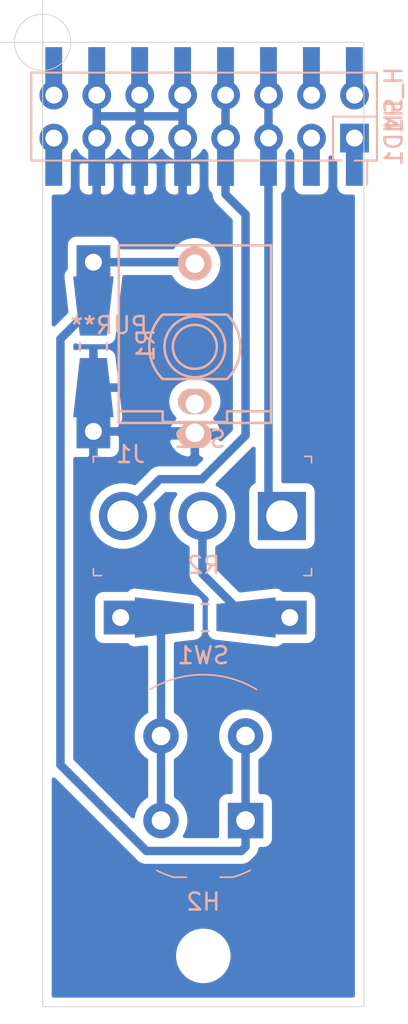
<source format=kicad_pcb>
(kicad_pcb (version 20171130) (host pcbnew "(5.1.5-0-10_14)")

  (general
    (thickness 1.6)
    (drawings 5)
    (tracks 44)
    (zones 0)
    (modules 8)
    (nets 20)
  )

  (page A4)
  (layers
    (0 F.Cu signal)
    (31 B.Cu signal)
    (32 B.Adhes user)
    (33 F.Adhes user)
    (34 B.Paste user)
    (35 F.Paste user)
    (36 B.SilkS user)
    (37 F.SilkS user)
    (38 B.Mask user)
    (39 F.Mask user)
    (40 Dwgs.User user)
    (41 Cmts.User user)
    (42 Eco1.User user)
    (43 Eco2.User user)
    (44 Edge.Cuts user)
    (45 Margin user)
    (46 B.CrtYd user)
    (47 F.CrtYd user)
    (48 B.Fab user)
    (49 F.Fab user)
  )

  (setup
    (last_trace_width 0.5)
    (trace_clearance 0.5)
    (zone_clearance 0.508)
    (zone_45_only no)
    (trace_min 0.2)
    (via_size 0.8)
    (via_drill 0.4)
    (via_min_size 0.4)
    (via_min_drill 0.3)
    (uvia_size 0.3)
    (uvia_drill 0.1)
    (uvias_allowed no)
    (uvia_min_size 0.2)
    (uvia_min_drill 0.1)
    (edge_width 0.05)
    (segment_width 0.2)
    (pcb_text_width 0.3)
    (pcb_text_size 1.5 1.5)
    (mod_edge_width 0.12)
    (mod_text_size 1 1)
    (mod_text_width 0.15)
    (pad_size 1.524 1.524)
    (pad_drill 0.762)
    (pad_to_mask_clearance 0.051)
    (solder_mask_min_width 0.25)
    (aux_axis_origin 134 64)
    (grid_origin 134 64)
    (visible_elements FFFFFF7F)
    (pcbplotparams
      (layerselection 0x01000_fffffffe)
      (usegerberextensions false)
      (usegerberattributes false)
      (usegerberadvancedattributes false)
      (creategerberjobfile false)
      (excludeedgelayer true)
      (linewidth 0.100000)
      (plotframeref false)
      (viasonmask false)
      (mode 1)
      (useauxorigin false)
      (hpglpennumber 1)
      (hpglpenspeed 20)
      (hpglpendiameter 15.000000)
      (psnegative false)
      (psa4output false)
      (plotreference true)
      (plotvalue true)
      (plotinvisibletext false)
      (padsonsilk false)
      (subtractmaskfromsilk false)
      (outputformat 1)
      (mirror false)
      (drillshape 0)
      (scaleselection 1)
      (outputdirectory "plots/"))
  )

  (net 0 "")
  (net 1 "Net-(H1-Pad1)")
  (net 2 "Net-(H1-Pad2)")
  (net 3 "Net-(H1-Pad3)")
  (net 4 "Net-(H1-Pad4)")
  (net 5 +5V)
  (net 6 +12V)
  (net 7 GND)
  (net 8 "Net-(H1-Pad15)")
  (net 9 "Net-(H1-Pad16)")
  (net 10 "Net-(H_SMD1-Pad1)")
  (net 11 "Net-(H_SMD1-Pad2)")
  (net 12 "Net-(H_SMD1-Pad3)")
  (net 13 "Net-(H_SMD1-Pad4)")
  (net 14 "Net-(H_SMD1-Pad15)")
  (net 15 "Net-(H_SMD1-Pad16)")
  (net 16 "Net-(J1-Pad3)")
  (net 17 "Net-(J1-Pad2)")
  (net 18 "Net-(R2-Pad1)")
  (net 19 "Net-(R2-Pad2)")

  (net_class Default "This is the default net class."
    (clearance 0.5)
    (trace_width 0.5)
    (via_dia 0.8)
    (via_drill 0.4)
    (uvia_dia 0.3)
    (uvia_drill 0.1)
    (add_net +12V)
    (add_net +5V)
    (add_net GND)
    (add_net "Net-(H1-Pad1)")
    (add_net "Net-(H1-Pad15)")
    (add_net "Net-(H1-Pad16)")
    (add_net "Net-(H1-Pad2)")
    (add_net "Net-(H1-Pad3)")
    (add_net "Net-(H1-Pad4)")
    (add_net "Net-(H_SMD1-Pad1)")
    (add_net "Net-(H_SMD1-Pad15)")
    (add_net "Net-(H_SMD1-Pad16)")
    (add_net "Net-(H_SMD1-Pad2)")
    (add_net "Net-(H_SMD1-Pad3)")
    (add_net "Net-(H_SMD1-Pad4)")
    (add_net "Net-(J1-Pad2)")
    (add_net "Net-(J1-Pad3)")
    (add_net "Net-(R2-Pad1)")
    (add_net "Net-(R2-Pad2)")
  )

  (module Connector_PinHeader_2.54mm:PinHeader_2x08_P2.54mm_Vertical (layer B.Cu) (tedit 59FED5CC) (tstamp 600DF43C)
    (at 152.4412 69.6618 90)
    (descr "Through hole straight pin header, 2x08, 2.54mm pitch, double rows")
    (tags "Through hole pin header THT 2x08 2.54mm double row")
    (path /600D54BE)
    (fp_text reference H1 (at 1.27 2.33 270) (layer B.SilkS)
      (effects (font (size 1 1) (thickness 0.15)) (justify mirror))
    )
    (fp_text value EURO_PWR_2x8 (at 1.27 -20.11 270) (layer B.Fab)
      (effects (font (size 1 1) (thickness 0.15)) (justify mirror))
    )
    (fp_line (start 0 1.27) (end 3.81 1.27) (layer B.Fab) (width 0.1))
    (fp_line (start 3.81 1.27) (end 3.81 -19.05) (layer B.Fab) (width 0.1))
    (fp_line (start 3.81 -19.05) (end -1.27 -19.05) (layer B.Fab) (width 0.1))
    (fp_line (start -1.27 -19.05) (end -1.27 0) (layer B.Fab) (width 0.1))
    (fp_line (start -1.27 0) (end 0 1.27) (layer B.Fab) (width 0.1))
    (fp_line (start -1.33 -19.11) (end 3.87 -19.11) (layer B.SilkS) (width 0.12))
    (fp_line (start -1.33 -1.27) (end -1.33 -19.11) (layer B.SilkS) (width 0.12))
    (fp_line (start 3.87 1.33) (end 3.87 -19.11) (layer B.SilkS) (width 0.12))
    (fp_line (start -1.33 -1.27) (end 1.27 -1.27) (layer B.SilkS) (width 0.12))
    (fp_line (start 1.27 -1.27) (end 1.27 1.33) (layer B.SilkS) (width 0.12))
    (fp_line (start 1.27 1.33) (end 3.87 1.33) (layer B.SilkS) (width 0.12))
    (fp_line (start -1.33 0) (end -1.33 1.33) (layer B.SilkS) (width 0.12))
    (fp_line (start -1.33 1.33) (end 0 1.33) (layer B.SilkS) (width 0.12))
    (fp_line (start -1.8 1.8) (end -1.8 -19.55) (layer B.CrtYd) (width 0.05))
    (fp_line (start -1.8 -19.55) (end 4.35 -19.55) (layer B.CrtYd) (width 0.05))
    (fp_line (start 4.35 -19.55) (end 4.35 1.8) (layer B.CrtYd) (width 0.05))
    (fp_line (start 4.35 1.8) (end -1.8 1.8) (layer B.CrtYd) (width 0.05))
    (fp_text user %R (at 1.27 -8.89) (layer B.Fab)
      (effects (font (size 1 1) (thickness 0.15)) (justify mirror))
    )
    (pad 1 thru_hole rect (at 0 0 90) (size 1.7 1.7) (drill 1) (layers *.Cu *.Mask)
      (net 1 "Net-(H1-Pad1)"))
    (pad 2 thru_hole oval (at 2.54 0 90) (size 1.7 1.7) (drill 1) (layers *.Cu *.Mask)
      (net 2 "Net-(H1-Pad2)"))
    (pad 3 thru_hole oval (at 0 -2.54 90) (size 1.7 1.7) (drill 1) (layers *.Cu *.Mask)
      (net 3 "Net-(H1-Pad3)"))
    (pad 4 thru_hole oval (at 2.54 -2.54 90) (size 1.7 1.7) (drill 1) (layers *.Cu *.Mask)
      (net 4 "Net-(H1-Pad4)"))
    (pad 5 thru_hole oval (at 0 -5.08 90) (size 1.7 1.7) (drill 1) (layers *.Cu *.Mask)
      (net 5 +5V))
    (pad 6 thru_hole oval (at 2.54 -5.08 90) (size 1.7 1.7) (drill 1) (layers *.Cu *.Mask)
      (net 5 +5V))
    (pad 7 thru_hole oval (at 0 -7.62 90) (size 1.7 1.7) (drill 1) (layers *.Cu *.Mask)
      (net 6 +12V))
    (pad 8 thru_hole oval (at 2.54 -7.62 90) (size 1.7 1.7) (drill 1) (layers *.Cu *.Mask)
      (net 6 +12V))
    (pad 9 thru_hole oval (at 0 -10.16 90) (size 1.7 1.7) (drill 1) (layers *.Cu *.Mask)
      (net 7 GND))
    (pad 10 thru_hole oval (at 2.54 -10.16 90) (size 1.7 1.7) (drill 1) (layers *.Cu *.Mask)
      (net 7 GND))
    (pad 11 thru_hole oval (at 0 -12.7 90) (size 1.7 1.7) (drill 1) (layers *.Cu *.Mask)
      (net 7 GND))
    (pad 12 thru_hole oval (at 2.54 -12.7 90) (size 1.7 1.7) (drill 1) (layers *.Cu *.Mask)
      (net 7 GND))
    (pad 13 thru_hole oval (at 0 -15.24 90) (size 1.7 1.7) (drill 1) (layers *.Cu *.Mask)
      (net 7 GND))
    (pad 14 thru_hole oval (at 2.54 -15.24 90) (size 1.7 1.7) (drill 1) (layers *.Cu *.Mask)
      (net 7 GND))
    (pad 15 thru_hole oval (at 0 -17.78 90) (size 1.7 1.7) (drill 1) (layers *.Cu *.Mask)
      (net 8 "Net-(H1-Pad15)"))
    (pad 16 thru_hole oval (at 2.54 -17.78 90) (size 1.7 1.7) (drill 1) (layers *.Cu *.Mask)
      (net 9 "Net-(H1-Pad16)"))
    (model ${KISYS3DMOD}/Connector_PinHeader_2.54mm.3dshapes/PinHeader_2x08_P2.54mm_Vertical.wrl
      (at (xyz 0 0 0))
      (scale (xyz 1 1 1))
      (rotate (xyz 0 0 0))
    )
  )

  (module Connector_PinHeader_2.54mm:PinHeader_2x08_P2.54mm_Vertical_SMD (layer B.Cu) (tedit 59FED5CC) (tstamp 600DF353)
    (at 143.544999 68.384999 90)
    (descr "surface-mounted straight pin header, 2x08, 2.54mm pitch, double rows")
    (tags "Surface mounted pin header SMD 2x08 2.54mm double row")
    (path /600F40C0)
    (attr smd)
    (fp_text reference H_SMD1 (at 0 11.22 270) (layer B.SilkS)
      (effects (font (size 1 1) (thickness 0.15)) (justify mirror))
    )
    (fp_text value EURO_PWR_2x8 (at 0 -11.22 270) (layer B.Fab)
      (effects (font (size 1 1) (thickness 0.15)) (justify mirror))
    )
    (fp_line (start 2.54 -10.16) (end -2.54 -10.16) (layer B.Fab) (width 0.1))
    (fp_line (start -1.59 10.16) (end 2.54 10.16) (layer B.Fab) (width 0.1))
    (fp_line (start -2.54 -10.16) (end -2.54 9.21) (layer B.Fab) (width 0.1))
    (fp_line (start -2.54 9.21) (end -1.59 10.16) (layer B.Fab) (width 0.1))
    (fp_line (start 2.54 10.16) (end 2.54 -10.16) (layer B.Fab) (width 0.1))
    (fp_line (start -2.54 9.21) (end -3.6 9.21) (layer B.Fab) (width 0.1))
    (fp_line (start -3.6 9.21) (end -3.6 8.57) (layer B.Fab) (width 0.1))
    (fp_line (start -3.6 8.57) (end -2.54 8.57) (layer B.Fab) (width 0.1))
    (fp_line (start 2.54 9.21) (end 3.6 9.21) (layer B.Fab) (width 0.1))
    (fp_line (start 3.6 9.21) (end 3.6 8.57) (layer B.Fab) (width 0.1))
    (fp_line (start 3.6 8.57) (end 2.54 8.57) (layer B.Fab) (width 0.1))
    (fp_line (start -2.54 6.67) (end -3.6 6.67) (layer B.Fab) (width 0.1))
    (fp_line (start -3.6 6.67) (end -3.6 6.03) (layer B.Fab) (width 0.1))
    (fp_line (start -3.6 6.03) (end -2.54 6.03) (layer B.Fab) (width 0.1))
    (fp_line (start 2.54 6.67) (end 3.6 6.67) (layer B.Fab) (width 0.1))
    (fp_line (start 3.6 6.67) (end 3.6 6.03) (layer B.Fab) (width 0.1))
    (fp_line (start 3.6 6.03) (end 2.54 6.03) (layer B.Fab) (width 0.1))
    (fp_line (start -2.54 4.13) (end -3.6 4.13) (layer B.Fab) (width 0.1))
    (fp_line (start -3.6 4.13) (end -3.6 3.49) (layer B.Fab) (width 0.1))
    (fp_line (start -3.6 3.49) (end -2.54 3.49) (layer B.Fab) (width 0.1))
    (fp_line (start 2.54 4.13) (end 3.6 4.13) (layer B.Fab) (width 0.1))
    (fp_line (start 3.6 4.13) (end 3.6 3.49) (layer B.Fab) (width 0.1))
    (fp_line (start 3.6 3.49) (end 2.54 3.49) (layer B.Fab) (width 0.1))
    (fp_line (start -2.54 1.59) (end -3.6 1.59) (layer B.Fab) (width 0.1))
    (fp_line (start -3.6 1.59) (end -3.6 0.95) (layer B.Fab) (width 0.1))
    (fp_line (start -3.6 0.95) (end -2.54 0.95) (layer B.Fab) (width 0.1))
    (fp_line (start 2.54 1.59) (end 3.6 1.59) (layer B.Fab) (width 0.1))
    (fp_line (start 3.6 1.59) (end 3.6 0.95) (layer B.Fab) (width 0.1))
    (fp_line (start 3.6 0.95) (end 2.54 0.95) (layer B.Fab) (width 0.1))
    (fp_line (start -2.54 -0.95) (end -3.6 -0.95) (layer B.Fab) (width 0.1))
    (fp_line (start -3.6 -0.95) (end -3.6 -1.59) (layer B.Fab) (width 0.1))
    (fp_line (start -3.6 -1.59) (end -2.54 -1.59) (layer B.Fab) (width 0.1))
    (fp_line (start 2.54 -0.95) (end 3.6 -0.95) (layer B.Fab) (width 0.1))
    (fp_line (start 3.6 -0.95) (end 3.6 -1.59) (layer B.Fab) (width 0.1))
    (fp_line (start 3.6 -1.59) (end 2.54 -1.59) (layer B.Fab) (width 0.1))
    (fp_line (start -2.54 -3.49) (end -3.6 -3.49) (layer B.Fab) (width 0.1))
    (fp_line (start -3.6 -3.49) (end -3.6 -4.13) (layer B.Fab) (width 0.1))
    (fp_line (start -3.6 -4.13) (end -2.54 -4.13) (layer B.Fab) (width 0.1))
    (fp_line (start 2.54 -3.49) (end 3.6 -3.49) (layer B.Fab) (width 0.1))
    (fp_line (start 3.6 -3.49) (end 3.6 -4.13) (layer B.Fab) (width 0.1))
    (fp_line (start 3.6 -4.13) (end 2.54 -4.13) (layer B.Fab) (width 0.1))
    (fp_line (start -2.54 -6.03) (end -3.6 -6.03) (layer B.Fab) (width 0.1))
    (fp_line (start -3.6 -6.03) (end -3.6 -6.67) (layer B.Fab) (width 0.1))
    (fp_line (start -3.6 -6.67) (end -2.54 -6.67) (layer B.Fab) (width 0.1))
    (fp_line (start 2.54 -6.03) (end 3.6 -6.03) (layer B.Fab) (width 0.1))
    (fp_line (start 3.6 -6.03) (end 3.6 -6.67) (layer B.Fab) (width 0.1))
    (fp_line (start 3.6 -6.67) (end 2.54 -6.67) (layer B.Fab) (width 0.1))
    (fp_line (start -2.54 -8.57) (end -3.6 -8.57) (layer B.Fab) (width 0.1))
    (fp_line (start -3.6 -8.57) (end -3.6 -9.21) (layer B.Fab) (width 0.1))
    (fp_line (start -3.6 -9.21) (end -2.54 -9.21) (layer B.Fab) (width 0.1))
    (fp_line (start 2.54 -8.57) (end 3.6 -8.57) (layer B.Fab) (width 0.1))
    (fp_line (start 3.6 -8.57) (end 3.6 -9.21) (layer B.Fab) (width 0.1))
    (fp_line (start 3.6 -9.21) (end 2.54 -9.21) (layer B.Fab) (width 0.1))
    (fp_line (start -2.6 10.22) (end 2.6 10.22) (layer B.SilkS) (width 0.12))
    (fp_line (start -2.6 -10.22) (end 2.6 -10.22) (layer B.SilkS) (width 0.12))
    (fp_line (start -4.04 9.65) (end -2.6 9.65) (layer B.SilkS) (width 0.12))
    (fp_line (start -2.6 10.22) (end -2.6 9.65) (layer B.SilkS) (width 0.12))
    (fp_line (start 2.6 10.22) (end 2.6 9.65) (layer B.SilkS) (width 0.12))
    (fp_line (start -2.6 -9.65) (end -2.6 -10.22) (layer B.SilkS) (width 0.12))
    (fp_line (start 2.6 -9.65) (end 2.6 -10.22) (layer B.SilkS) (width 0.12))
    (fp_line (start -2.6 8.13) (end -2.6 7.11) (layer B.SilkS) (width 0.12))
    (fp_line (start 2.6 8.13) (end 2.6 7.11) (layer B.SilkS) (width 0.12))
    (fp_line (start -2.6 5.59) (end -2.6 4.57) (layer B.SilkS) (width 0.12))
    (fp_line (start 2.6 5.59) (end 2.6 4.57) (layer B.SilkS) (width 0.12))
    (fp_line (start -2.6 3.05) (end -2.6 2.03) (layer B.SilkS) (width 0.12))
    (fp_line (start 2.6 3.05) (end 2.6 2.03) (layer B.SilkS) (width 0.12))
    (fp_line (start -2.6 0.51) (end -2.6 -0.51) (layer B.SilkS) (width 0.12))
    (fp_line (start 2.6 0.51) (end 2.6 -0.51) (layer B.SilkS) (width 0.12))
    (fp_line (start -2.6 -2.03) (end -2.6 -3.05) (layer B.SilkS) (width 0.12))
    (fp_line (start 2.6 -2.03) (end 2.6 -3.05) (layer B.SilkS) (width 0.12))
    (fp_line (start -2.6 -4.57) (end -2.6 -5.59) (layer B.SilkS) (width 0.12))
    (fp_line (start 2.6 -4.57) (end 2.6 -5.59) (layer B.SilkS) (width 0.12))
    (fp_line (start -2.6 -7.11) (end -2.6 -8.13) (layer B.SilkS) (width 0.12))
    (fp_line (start 2.6 -7.11) (end 2.6 -8.13) (layer B.SilkS) (width 0.12))
    (fp_line (start -5.9 10.7) (end -5.9 -10.7) (layer B.CrtYd) (width 0.05))
    (fp_line (start -5.9 -10.7) (end 5.9 -10.7) (layer B.CrtYd) (width 0.05))
    (fp_line (start 5.9 -10.7) (end 5.9 10.7) (layer B.CrtYd) (width 0.05))
    (fp_line (start 5.9 10.7) (end -5.9 10.7) (layer B.CrtYd) (width 0.05))
    (fp_text user %R (at 0 0) (layer B.Fab)
      (effects (font (size 1 1) (thickness 0.15)) (justify mirror))
    )
    (pad 1 smd rect (at -2.525 8.89 90) (size 3.15 1) (layers B.Cu B.Paste B.Mask)
      (net 10 "Net-(H_SMD1-Pad1)"))
    (pad 2 smd rect (at 2.525 8.89 90) (size 3.15 1) (layers B.Cu B.Paste B.Mask)
      (net 11 "Net-(H_SMD1-Pad2)"))
    (pad 3 smd rect (at -2.525 6.35 90) (size 3.15 1) (layers B.Cu B.Paste B.Mask)
      (net 12 "Net-(H_SMD1-Pad3)"))
    (pad 4 smd rect (at 2.525 6.35 90) (size 3.15 1) (layers B.Cu B.Paste B.Mask)
      (net 13 "Net-(H_SMD1-Pad4)"))
    (pad 5 smd rect (at -2.525 3.81 90) (size 3.15 1) (layers B.Cu B.Paste B.Mask)
      (net 5 +5V))
    (pad 6 smd rect (at 2.525 3.81 90) (size 3.15 1) (layers B.Cu B.Paste B.Mask)
      (net 5 +5V))
    (pad 7 smd rect (at -2.525 1.27 90) (size 3.15 1) (layers B.Cu B.Paste B.Mask)
      (net 6 +12V))
    (pad 8 smd rect (at 2.525 1.27 90) (size 3.15 1) (layers B.Cu B.Paste B.Mask)
      (net 6 +12V))
    (pad 9 smd rect (at -2.525 -1.27 90) (size 3.15 1) (layers B.Cu B.Paste B.Mask)
      (net 7 GND))
    (pad 10 smd rect (at 2.525 -1.27 90) (size 3.15 1) (layers B.Cu B.Paste B.Mask)
      (net 7 GND))
    (pad 11 smd rect (at -2.525 -3.81 90) (size 3.15 1) (layers B.Cu B.Paste B.Mask)
      (net 7 GND))
    (pad 12 smd rect (at 2.525 -3.81 90) (size 3.15 1) (layers B.Cu B.Paste B.Mask)
      (net 7 GND))
    (pad 13 smd rect (at -2.525 -6.35 90) (size 3.15 1) (layers B.Cu B.Paste B.Mask)
      (net 7 GND))
    (pad 14 smd rect (at 2.525 -6.35 90) (size 3.15 1) (layers B.Cu B.Paste B.Mask)
      (net 7 GND))
    (pad 15 smd rect (at -2.525 -8.89 90) (size 3.15 1) (layers B.Cu B.Paste B.Mask)
      (net 14 "Net-(H_SMD1-Pad15)"))
    (pad 16 smd rect (at 2.525 -8.89 90) (size 3.15 1) (layers B.Cu B.Paste B.Mask)
      (net 15 "Net-(H_SMD1-Pad16)"))
    (model ${KISYS3DMOD}/Connector_PinHeader_2.54mm.3dshapes/PinHeader_2x08_P2.54mm_Vertical_SMD.wrl
      (at (xyz 0 0 0))
      (scale (xyz 1 1 1))
      (rotate (xyz 0 0 0))
    )
  )

  (module Resistors_Universal:Resistor_SMD+THTuniversal_0805to1206_RM10_HandSoldering (layer B.Cu) (tedit 0) (tstamp 600DEB0D)
    (at 137 81.99874 90)
    (descr "Resistor, SMD and THT, universal, 0805 to 1206,RM10,  Hand soldering,")
    (tags "Resistor, SMD and THT, universal, 0805 to 1206, RM10, Hand soldering,")
    (path /600E2135)
    (fp_text reference R1 (at 0.09906 3.0988 270) (layer B.SilkS)
      (effects (font (size 1 1) (thickness 0.15)) (justify mirror))
    )
    (fp_text value 10k (at -0.39878 -4.20116 270) (layer B.Fab)
      (effects (font (size 1 1) (thickness 0.15)) (justify mirror))
    )
    (fp_line (start -0.20066 0.8001) (end 0.20066 0.8001) (layer B.SilkS) (width 0.15))
    (fp_line (start -0.09906 0.8001) (end -0.20066 0.8001) (layer B.SilkS) (width 0.15))
    (fp_line (start 0 -0.8001) (end -0.20066 -0.8001) (layer B.SilkS) (width 0.15))
    (fp_line (start 0 -0.8001) (end 0.20066 -0.8001) (layer B.SilkS) (width 0.15))
    (pad 2 thru_hole rect (at 5.00126 0 270) (size 1.99898 1.99898) (drill 1.00076) (layers *.Cu *.Mask)
      (net 16 "Net-(J1-Pad3)"))
    (pad 1 thru_hole rect (at -5.00126 0 270) (size 1.99898 1.99898) (drill 1.00076) (layers *.Cu *.Mask)
      (net 7 GND))
    (pad 2 smd trapezoid (at 2.413 0 270) (size 3.50012 1.99898) (rect_delta 0.39878 0 ) (layers B.Cu B.Paste B.Mask)
      (net 16 "Net-(J1-Pad3)"))
    (pad 1 smd trapezoid (at -2.413 0 90) (size 3.50012 1.99898) (rect_delta 0.39878 0 ) (layers B.Cu B.Paste B.Mask)
      (net 7 GND))
  )

  (module Resistors_Universal:Resistor_SMD+THTuniversal_0805to1206_RM10_HandSoldering (layer B.Cu) (tedit 0) (tstamp 600DEB19)
    (at 143.613 98 180)
    (descr "Resistor, SMD and THT, universal, 0805 to 1206,RM10,  Hand soldering,")
    (tags "Resistor, SMD and THT, universal, 0805 to 1206, RM10, Hand soldering,")
    (path /600E2D9A)
    (fp_text reference R2 (at 0.09906 3.0988) (layer B.SilkS)
      (effects (font (size 1 1) (thickness 0.15)) (justify mirror))
    )
    (fp_text value 1k (at -0.39878 -4.20116) (layer B.Fab)
      (effects (font (size 1 1) (thickness 0.15)) (justify mirror))
    )
    (fp_line (start 0 -0.8001) (end 0.20066 -0.8001) (layer B.SilkS) (width 0.15))
    (fp_line (start 0 -0.8001) (end -0.20066 -0.8001) (layer B.SilkS) (width 0.15))
    (fp_line (start -0.09906 0.8001) (end -0.20066 0.8001) (layer B.SilkS) (width 0.15))
    (fp_line (start -0.20066 0.8001) (end 0.20066 0.8001) (layer B.SilkS) (width 0.15))
    (pad 1 smd trapezoid (at -2.413 0 180) (size 3.50012 1.99898) (rect_delta 0.39878 0 ) (layers B.Cu B.Paste B.Mask)
      (net 18 "Net-(R2-Pad1)"))
    (pad 2 smd trapezoid (at 2.413 0) (size 3.50012 1.99898) (rect_delta 0.39878 0 ) (layers B.Cu B.Paste B.Mask)
      (net 19 "Net-(R2-Pad2)"))
    (pad 1 thru_hole rect (at -5.00126 0) (size 1.99898 1.99898) (drill 1.00076) (layers *.Cu *.Mask)
      (net 18 "Net-(R2-Pad1)"))
    (pad 2 thru_hole rect (at 5.00126 0) (size 1.99898 1.99898) (drill 1.00076) (layers *.Cu *.Mask)
      (net 19 "Net-(R2-Pad2)"))
  )

  (module digikey-footprints:PushButton_Round_D12mm_THT_KS-01Q-01 (layer B.Cu) (tedit 5AFB65A3) (tstamp 600DF4A7)
    (at 146 110 180)
    (descr http://spec_sheets.e-switch.com/specs/29-KS01Q01.pdf)
    (path /60112E82)
    (fp_text reference SW1 (at 2.5 9.76) (layer B.SilkS)
      (effects (font (size 1 1) (thickness 0.15)) (justify mirror))
    )
    (fp_text value KS-01Q-01_Obsolete (at 2.5 -5.01) (layer B.Fab)
      (effects (font (size 1 1) (thickness 0.15)) (justify mirror))
    )
    (fp_line (start 0.75 -3.35) (end 1.5 -3.35) (layer B.SilkS) (width 0.1))
    (fp_line (start 4.25 -3.35) (end 3.5 -3.35) (layer B.SilkS) (width 0.1))
    (fp_arc (start 2.5 2.5) (end 5.25 -2.95) (angle -10.12062159) (layer B.SilkS) (width 0.1))
    (fp_arc (start 2.5 2.5) (end 0.75 -3.35) (angle -10.3335842) (layer B.SilkS) (width 0.1))
    (fp_arc (start 2.5 2.5) (end -0.65 7.75) (angle -61.92750985) (layer B.SilkS) (width 0.1))
    (fp_line (start 0.8 -3.25) (end 4.2 -3.25) (layer B.Fab) (width 0.1))
    (fp_arc (start 2.5 2.5) (end 0.8 -3.25) (angle -327.0591431) (layer B.Fab) (width 0.1))
    (fp_circle (center 2.5 2.5) (end 8.75 2.5) (layer B.CrtYd) (width 0.1))
    (pad 1 thru_hole rect (at 0 0 180) (size 2.1 2.1) (drill 1.1) (layers *.Cu *.Mask)
      (net 16 "Net-(J1-Pad3)"))
    (pad 4 thru_hole circle (at 5 5 180) (size 2.1 2.1) (drill 1.1) (layers *.Cu *.Mask)
      (net 19 "Net-(R2-Pad2)"))
    (pad 3 thru_hole circle (at 0 5 180) (size 2.1 2.1) (drill 1.1) (layers *.Cu *.Mask)
      (net 16 "Net-(J1-Pad3)"))
    (pad 2 thru_hole circle (at 5 0 180) (size 2.1 2.1) (drill 1.1) (layers *.Cu *.Mask)
      (net 19 "Net-(R2-Pad2)"))
  )

  (module digikey-footprints:Toggle_Switch_100SP1T1B4M2QE (layer B.Cu) (tedit 5AF5CA0B) (tstamp 600E0251)
    (at 148.15 92 180)
    (descr http://spec_sheets.e-switch.com/specs/T111597.pdf)
    (path /600E321E)
    (fp_text reference SW2 (at 4.84 4.55) (layer B.SilkS)
      (effects (font (size 1 1) (thickness 0.15)) (justify mirror))
    )
    (fp_text value SW_SPDT (at 4.65 -4.82) (layer B.Fab)
      (effects (font (size 1 1) (thickness 0.15)) (justify mirror))
    )
    (fp_circle (center 4.7 0) (end 4.7 -3.4) (layer B.Fab) (width 0.1))
    (fp_line (start 11.3 3.68) (end 11.3 -3.68) (layer B.CrtYd) (width 0.05))
    (fp_line (start 11.3 -3.68) (end -1.9 -3.68) (layer B.CrtYd) (width 0.05))
    (fp_line (start -1.9 -3.68) (end -1.9 3.68) (layer B.CrtYd) (width 0.05))
    (fp_line (start -1.9 3.68) (end 11.3 3.68) (layer B.CrtYd) (width 0.05))
    (fp_text user %R (at 4.7 0) (layer B.Fab)
      (effects (font (size 1 1) (thickness 0.15)) (justify mirror))
    )
    (fp_line (start 11.15 -3.525) (end 11.15 -3.1) (layer B.SilkS) (width 0.1))
    (fp_line (start 11.125 -3.525) (end 10.675 -3.525) (layer B.SilkS) (width 0.1))
    (fp_line (start -1.75 -3.525) (end -1.3 -3.525) (layer B.SilkS) (width 0.1))
    (fp_line (start -1.75 -3.525) (end -1.75 -3.1) (layer B.SilkS) (width 0.1))
    (fp_line (start -1.75 3.525) (end -1.75 3.15) (layer B.SilkS) (width 0.1))
    (fp_line (start -1.75 3.525) (end -1.35 3.525) (layer B.SilkS) (width 0.1))
    (fp_line (start 10.775 3.525) (end 11.15 3.525) (layer B.SilkS) (width 0.1))
    (fp_line (start 11.15 3.525) (end 11.15 3.175) (layer B.SilkS) (width 0.1))
    (fp_line (start 11.05 -3.43) (end 11.05 3.43) (layer B.Fab) (width 0.1))
    (fp_line (start -1.65 3.43) (end -1.65 -3.43) (layer B.Fab) (width 0.1))
    (fp_line (start -1.65 -3.43) (end 11.05 -3.43) (layer B.Fab) (width 0.1))
    (fp_line (start -1.65 3.43) (end 11.05 3.43) (layer B.Fab) (width 0.1))
    (pad 1 thru_hole rect (at 0 0 180) (size 2.85 2.85) (drill 1.85) (layers *.Cu *.Mask)
      (net 5 +5V))
    (pad 2 thru_hole circle (at 4.7 0 180) (size 2.85 2.85) (drill 1.85) (layers *.Cu *.Mask)
      (net 18 "Net-(R2-Pad1)"))
    (pad 3 thru_hole circle (at 9.4 0 180) (size 2.85 2.85) (drill 1.85) (layers *.Cu *.Mask)
      (net 6 +12V))
  )

  (module MountingHole:MountingHole_2.2mm_M2 (layer B.Cu) (tedit 56D1B4CB) (tstamp 600E0574)
    (at 143.5 118 180)
    (descr "Mounting Hole 2.2mm, no annular, M2")
    (tags "mounting hole 2.2mm no annular m2")
    (path /60126F53)
    (attr virtual)
    (fp_text reference H2 (at 0 3.2) (layer B.SilkS)
      (effects (font (size 1 1) (thickness 0.15)) (justify mirror))
    )
    (fp_text value MountingHole (at 0 -3.2) (layer B.Fab)
      (effects (font (size 1 1) (thickness 0.15)) (justify mirror))
    )
    (fp_text user %R (at 0.3 0) (layer B.Fab)
      (effects (font (size 1 1) (thickness 0.15)) (justify mirror))
    )
    (fp_circle (center 0 0) (end 2.2 0) (layer Cmts.User) (width 0.15))
    (fp_circle (center 0 0) (end 2.45 0) (layer B.CrtYd) (width 0.05))
    (pad 1 np_thru_hole circle (at 0 0 180) (size 2.2 2.2) (drill 2.2) (layers *.Cu *.Mask))
  )

  (module chillpizza:THONKICONN_mill (layer B.Cu) (tedit 600E21AD) (tstamp 600E25E4)
    (at 143 82 180)
    (path /600DFD0F)
    (fp_text reference J1 (at 3.81 -6.35) (layer B.SilkS)
      (effects (font (size 1 1) (thickness 0.15)) (justify mirror))
    )
    (fp_text value Thonk (at 0 7.62) (layer B.Fab) hide
      (effects (font (size 1 1) (thickness 0.15)) (justify mirror))
    )
    (fp_text user PUR** (at 5.08 1.27) (layer B.SilkS)
      (effects (font (size 1 1) (thickness 0.15)) (justify mirror))
    )
    (fp_line (start -4.445 -3.81) (end -1.905 -3.81) (layer B.SilkS) (width 0.15))
    (fp_line (start -1.905 -3.81) (end -1.905 -4.445) (layer B.SilkS) (width 0.15))
    (fp_line (start -1.905 -4.445) (end 1.905 -4.445) (layer B.SilkS) (width 0.15))
    (fp_line (start 1.905 -4.445) (end 1.905 -3.81) (layer B.SilkS) (width 0.15))
    (fp_line (start 1.905 -3.81) (end 4.445 -3.81) (layer B.SilkS) (width 0.15))
    (fp_arc (start 0 0) (end 1.905 1.905) (angle -90) (layer B.SilkS) (width 0.15))
    (fp_arc (start 0 0) (end -1.905 -1.905) (angle -90) (layer B.SilkS) (width 0.15))
    (fp_line (start 1.905 -1.905) (end -1.905 -1.905) (layer B.SilkS) (width 0.15))
    (fp_line (start -1.905 1.905) (end 1.905 1.905) (layer B.SilkS) (width 0.15))
    (fp_circle (center 0 0) (end 1.27 -1.27) (layer B.SilkS) (width 0.15))
    (fp_line (start 4.5 6) (end 4.5 -4.5) (layer B.SilkS) (width 0.15))
    (fp_line (start -4.5 6) (end -4.5 -4.5) (layer B.SilkS) (width 0.15))
    (fp_line (start -4.5 -4.5) (end 4.5 -4.5) (layer B.SilkS) (width 0.15))
    (fp_line (start -4.5 6) (end 4.5 6) (layer B.SilkS) (width 0.15))
    (fp_circle (center 0 0) (end 1.3 0) (layer B.SilkS) (width 0.15))
    (pad 3 thru_hole circle (at 0 4.92 180) (size 2 2) (drill 1.1) (layers *.Cu *.Mask B.SilkS)
      (net 16 "Net-(J1-Pad3)"))
    (pad 2 thru_hole oval (at 0 -3.38 180) (size 2 1.5) (drill 1.1 (offset 0 0.15)) (layers *.Cu *.Mask B.SilkS)
      (net 17 "Net-(J1-Pad2)"))
    (pad 1 thru_hole oval (at 0 -5.08 180) (size 2 1.5) (drill 1.1 (offset 0 -0.15)) (layers *.Cu *.Mask B.SilkS)
      (net 7 GND))
  )

  (target plus (at 134 64) (size 5) (width 0.05) (layer Edge.Cuts))
  (gr_line (start 153 121) (end 153 64) (layer Edge.Cuts) (width 0.05))
  (gr_line (start 134 121) (end 153 121) (layer Edge.Cuts) (width 0.05))
  (gr_line (start 134 64) (end 134 121) (layer Edge.Cuts) (width 0.05) (tstamp 600DF058))
  (gr_line (start 153 64) (end 134 64) (layer Edge.Cuts) (width 0.05))

  (segment (start 147.354999 91.204999) (end 148.15 92) (width 0.5) (layer B.Cu) (net 5))
  (segment (start 147.354999 70.909999) (end 147.354999 91.204999) (width 0.5) (layer B.Cu) (net 5))
  (segment (start 147.354999 70.909999) (end 147.354999 65.859999) (width 0.5) (layer B.Cu) (net 5))
  (segment (start 140.925001 89.824999) (end 140.174999 90.575001) (width 0.5) (layer B.Cu) (net 6))
  (segment (start 143.419228 89.824999) (end 140.925001 89.824999) (width 0.5) (layer B.Cu) (net 6))
  (segment (start 146.000011 87.244216) (end 143.419228 89.824999) (width 0.5) (layer B.Cu) (net 6))
  (segment (start 146.000011 74.170011) (end 146.000011 87.244216) (width 0.5) (layer B.Cu) (net 6))
  (segment (start 144.814999 72.984999) (end 146.000011 74.170011) (width 0.5) (layer B.Cu) (net 6))
  (segment (start 140.174999 90.575001) (end 138.75 92) (width 0.5) (layer B.Cu) (net 6))
  (segment (start 144.814999 70.909999) (end 144.814999 72.984999) (width 0.5) (layer B.Cu) (net 6))
  (segment (start 144.814999 65.859999) (end 144.814999 70.909999) (width 0.5) (layer B.Cu) (net 6))
  (segment (start 139.734999 70.909999) (end 139.734999 65.859999) (width 0.5) (layer B.Cu) (net 7))
  (segment (start 137.225001 68.374999) (end 137.2 68.4) (width 0.5) (layer B.Cu) (net 7))
  (segment (start 142.274999 68.374999) (end 137.225001 68.374999) (width 0.5) (layer B.Cu) (net 7))
  (segment (start 137.2 68.4) (end 137.194999 70.909999) (width 0.5) (layer B.Cu) (net 7))
  (segment (start 142.274999 68.374999) (end 142.274999 70.909999) (width 0.5) (layer B.Cu) (net 7))
  (segment (start 137.194999 65.859999) (end 137.2 68.4) (width 0.5) (layer B.Cu) (net 7))
  (segment (start 142.274999 65.859999) (end 142.274999 68.374999) (width 0.5) (layer B.Cu) (net 7))
  (segment (start 144.75 87.08) (end 143 87.08) (width 0.5) (layer B.Cu) (net 7))
  (segment (start 145.000001 75.979999) (end 145.000001 86.829999) (width 0.5) (layer B.Cu) (net 7))
  (segment (start 145.000001 86.829999) (end 144.75 87.08) (width 0.5) (layer B.Cu) (net 7))
  (segment (start 142.274999 73.254997) (end 145.000001 75.979999) (width 0.5) (layer B.Cu) (net 7))
  (segment (start 142.274999 70.909999) (end 142.274999 73.254997) (width 0.5) (layer B.Cu) (net 7))
  (segment (start 142.92 87) (end 143 87.08) (width 0.5) (layer B.Cu) (net 7))
  (segment (start 137 87) (end 142.92 87) (width 0.5) (layer B.Cu) (net 7))
  (segment (start 137 84.41174) (end 137 87) (width 0.5) (layer B.Cu) (net 7))
  (segment (start 142.91748 76.99748) (end 143 77.08) (width 0.5) (layer B.Cu) (net 16))
  (segment (start 137 76.99748) (end 142.91748 76.99748) (width 0.5) (layer B.Cu) (net 16))
  (segment (start 146 111.55) (end 146 110) (width 0.5) (layer B.Cu) (net 16))
  (segment (start 145.749999 111.800001) (end 146 111.55) (width 0.5) (layer B.Cu) (net 16))
  (segment (start 140.135999 111.800001) (end 145.749999 111.800001) (width 0.5) (layer B.Cu) (net 16))
  (segment (start 135.05111 106.715112) (end 140.135999 111.800001) (width 0.5) (layer B.Cu) (net 16))
  (segment (start 135.05111 81.53463) (end 135.05111 106.715112) (width 0.5) (layer B.Cu) (net 16))
  (segment (start 137 79.58574) (end 135.05111 81.53463) (width 0.5) (layer B.Cu) (net 16))
  (segment (start 146 105) (end 146 110) (width 0.5) (layer B.Cu) (net 16))
  (segment (start 137 76.99748) (end 137 79.58574) (width 0.5) (layer B.Cu) (net 16))
  (segment (start 143.45 95.424) (end 146.026 98) (width 0.5) (layer B.Cu) (net 18))
  (segment (start 143.45 92) (end 143.45 95.424) (width 0.5) (layer B.Cu) (net 18))
  (segment (start 146.026 98) (end 148.61426 98) (width 0.5) (layer B.Cu) (net 18))
  (segment (start 141 108.515076) (end 141 105) (width 0.5) (layer B.Cu) (net 19))
  (segment (start 141 110) (end 141 108.515076) (width 0.5) (layer B.Cu) (net 19))
  (segment (start 141 98.2) (end 141.2 98) (width 0.5) (layer B.Cu) (net 19))
  (segment (start 141 105) (end 141 98.2) (width 0.5) (layer B.Cu) (net 19))
  (segment (start 141.2 98) (end 138.61174 98) (width 0.5) (layer B.Cu) (net 19))

  (zone (net 7) (net_name GND) (layer B.Cu) (tstamp 600E1D0A) (hatch edge 0.508)
    (connect_pads (clearance 0.508))
    (min_thickness 0.254)
    (fill yes (arc_segments 32) (thermal_gap 0.508) (thermal_bridge_width 0.508))
    (polygon
      (pts
        (xy 153 121) (xy 134 121) (xy 134 64) (xy 153 64)
      )
    )
    (filled_polygon
      (pts
        (xy 137.321999 65.732999) (xy 137.458277 65.732999) (xy 137.3282 65.801645) (xy 137.3282 65.986999) (xy 137.321999 65.986999)
        (xy 137.321999 67.911249) (xy 137.3282 67.91745) (xy 137.3282 68.852548) (xy 137.321999 68.858749) (xy 137.321999 70.782999)
        (xy 137.3282 70.782999) (xy 137.3282 70.981955) (xy 137.432502 71.036999) (xy 137.321999 71.036999) (xy 137.321999 72.961249)
        (xy 137.480749 73.119999) (xy 137.694999 73.123071) (xy 137.819481 73.110811) (xy 137.939179 73.074501) (xy 138.049493 73.015536)
        (xy 138.146184 72.936184) (xy 138.225536 72.839493) (xy 138.284501 72.729179) (xy 138.320811 72.609481) (xy 138.333071 72.484999)
        (xy 138.329999 71.195749) (xy 138.171249 71.036999) (xy 137.750702 71.036999) (xy 137.96812 70.933441) (xy 138.169814 70.782999)
        (xy 138.171249 70.782999) (xy 138.17546 70.778788) (xy 138.201469 70.759388) (xy 138.261878 70.69237) (xy 138.329999 70.624249)
        (xy 138.330017 70.616776) (xy 138.396378 70.543155) (xy 138.4712 70.417545) (xy 138.546022 70.543155) (xy 138.599948 70.602981)
        (xy 138.599999 70.624249) (xy 138.758749 70.782999) (xy 138.772586 70.782999) (xy 138.97428 70.933441) (xy 139.191698 71.036999)
        (xy 138.758749 71.036999) (xy 138.599999 71.195749) (xy 138.596927 72.484999) (xy 138.609187 72.609481) (xy 138.645497 72.729179)
        (xy 138.704462 72.839493) (xy 138.783814 72.936184) (xy 138.880505 73.015536) (xy 138.990819 73.074501) (xy 139.110517 73.110811)
        (xy 139.234999 73.123071) (xy 139.449249 73.119999) (xy 139.607999 72.961249) (xy 139.607999 71.036999) (xy 139.509898 71.036999)
        (xy 139.6142 70.981955) (xy 139.6142 69.7888) (xy 139.607999 69.7888) (xy 139.607999 69.5348) (xy 139.6142 69.5348)
        (xy 139.6142 67.2488) (xy 139.607999 67.2488) (xy 139.607999 66.9948) (xy 139.6142 66.9948) (xy 139.6142 65.801645)
        (xy 139.484123 65.732999) (xy 139.607999 65.732999) (xy 139.607999 65.712999) (xy 139.861999 65.712999) (xy 139.861999 65.732999)
        (xy 139.998277 65.732999) (xy 139.8682 65.801645) (xy 139.8682 65.986999) (xy 139.861999 65.986999) (xy 139.861999 67.911249)
        (xy 139.8682 67.91745) (xy 139.8682 68.852548) (xy 139.861999 68.858749) (xy 139.861999 70.782999) (xy 139.8682 70.782999)
        (xy 139.8682 70.981955) (xy 139.972502 71.036999) (xy 139.861999 71.036999) (xy 139.861999 72.961249) (xy 140.020749 73.119999)
        (xy 140.234999 73.123071) (xy 140.359481 73.110811) (xy 140.479179 73.074501) (xy 140.589493 73.015536) (xy 140.686184 72.936184)
        (xy 140.765536 72.839493) (xy 140.824501 72.729179) (xy 140.860811 72.609481) (xy 140.873071 72.484999) (xy 140.869999 71.195749)
        (xy 140.711249 71.036999) (xy 140.290702 71.036999) (xy 140.50812 70.933441) (xy 140.709814 70.782999) (xy 140.711249 70.782999)
        (xy 140.71546 70.778788) (xy 140.741469 70.759388) (xy 140.801878 70.69237) (xy 140.869999 70.624249) (xy 140.870017 70.616776)
        (xy 140.936378 70.543155) (xy 141.0112 70.417545) (xy 141.086022 70.543155) (xy 141.139948 70.602981) (xy 141.139999 70.624249)
        (xy 141.298749 70.782999) (xy 141.312586 70.782999) (xy 141.51428 70.933441) (xy 141.731698 71.036999) (xy 141.298749 71.036999)
        (xy 141.139999 71.195749) (xy 141.136927 72.484999) (xy 141.149187 72.609481) (xy 141.185497 72.729179) (xy 141.244462 72.839493)
        (xy 141.323814 72.936184) (xy 141.420505 73.015536) (xy 141.530819 73.074501) (xy 141.650517 73.110811) (xy 141.774999 73.123071)
        (xy 141.989249 73.119999) (xy 142.147999 72.961249) (xy 142.147999 71.036999) (xy 142.049898 71.036999) (xy 142.1542 70.981955)
        (xy 142.1542 69.7888) (xy 142.147999 69.7888) (xy 142.147999 69.5348) (xy 142.1542 69.5348) (xy 142.1542 67.2488)
        (xy 142.147999 67.2488) (xy 142.147999 66.9948) (xy 142.1542 66.9948) (xy 142.1542 65.801645) (xy 142.024123 65.732999)
        (xy 142.147999 65.732999) (xy 142.147999 65.712999) (xy 142.401999 65.712999) (xy 142.401999 65.732999) (xy 142.538277 65.732999)
        (xy 142.4082 65.801645) (xy 142.4082 65.986999) (xy 142.401999 65.986999) (xy 142.401999 67.911249) (xy 142.4082 67.91745)
        (xy 142.4082 68.852548) (xy 142.401999 68.858749) (xy 142.401999 70.782999) (xy 142.4082 70.782999) (xy 142.4082 70.981955)
        (xy 142.512502 71.036999) (xy 142.401999 71.036999) (xy 142.401999 72.961249) (xy 142.560749 73.119999) (xy 142.774999 73.123071)
        (xy 142.899481 73.110811) (xy 143.019179 73.074501) (xy 143.129493 73.015536) (xy 143.226184 72.936184) (xy 143.305536 72.839493)
        (xy 143.364501 72.729179) (xy 143.400811 72.609481) (xy 143.413071 72.484999) (xy 143.409999 71.195749) (xy 143.251249 71.036999)
        (xy 142.830702 71.036999) (xy 143.04812 70.933441) (xy 143.249814 70.782999) (xy 143.251249 70.782999) (xy 143.25546 70.778788)
        (xy 143.281469 70.759388) (xy 143.341878 70.69237) (xy 143.409999 70.624249) (xy 143.410017 70.616776) (xy 143.476378 70.543155)
        (xy 143.546005 70.426266) (xy 143.667725 70.608432) (xy 143.676927 70.617634) (xy 143.676927 72.484999) (xy 143.689187 72.609481)
        (xy 143.725497 72.729179) (xy 143.784462 72.839493) (xy 143.863814 72.936184) (xy 143.925931 72.987162) (xy 143.942804 73.158489)
        (xy 143.993411 73.325312) (xy 144.075589 73.479058) (xy 144.158467 73.580045) (xy 144.15847 73.580048) (xy 144.186183 73.613816)
        (xy 144.21995 73.641528) (xy 145.115011 74.53659) (xy 145.115012 86.877636) (xy 144.530102 87.462547) (xy 144.469656 87.357)
        (xy 143.127 87.357) (xy 143.127 88.461873) (xy 143.346056 88.622744) (xy 143.374741 88.617907) (xy 143.05265 88.939999)
        (xy 140.968469 88.939999) (xy 140.925 88.935718) (xy 140.881531 88.939999) (xy 140.881524 88.939999) (xy 140.767686 88.951211)
        (xy 140.75151 88.952804) (xy 140.700904 88.968156) (xy 140.584688 89.00341) (xy 140.430942 89.085588) (xy 140.43094 89.085589)
        (xy 140.430941 89.085589) (xy 140.329954 89.168467) (xy 140.329952 89.168469) (xy 140.296184 89.196182) (xy 140.268471 89.22995)
        (xy 139.579957 89.918465) (xy 139.579952 89.918469) (xy 139.441656 90.056765) (xy 139.35088 90.019165) (xy 138.952892 89.94)
        (xy 138.547108 89.94) (xy 138.14912 90.019165) (xy 137.774224 90.174452) (xy 137.436827 90.399894) (xy 137.149894 90.686827)
        (xy 136.924452 91.024224) (xy 136.769165 91.39912) (xy 136.69 91.797108) (xy 136.69 92.202892) (xy 136.769165 92.60088)
        (xy 136.924452 92.975776) (xy 137.149894 93.313173) (xy 137.436827 93.600106) (xy 137.774224 93.825548) (xy 138.14912 93.980835)
        (xy 138.547108 94.06) (xy 138.952892 94.06) (xy 139.35088 93.980835) (xy 139.725776 93.825548) (xy 140.063173 93.600106)
        (xy 140.350106 93.313173) (xy 140.575548 92.975776) (xy 140.730835 92.60088) (xy 140.81 92.202892) (xy 140.81 91.797108)
        (xy 140.730835 91.39912) (xy 140.693235 91.308344) (xy 140.831531 91.170048) (xy 140.831535 91.170043) (xy 141.29158 90.709999)
        (xy 141.834411 90.709999) (xy 141.624452 91.024224) (xy 141.469165 91.39912) (xy 141.39 91.797108) (xy 141.39 92.202892)
        (xy 141.469165 92.60088) (xy 141.624452 92.975776) (xy 141.849894 93.313173) (xy 142.136827 93.600106) (xy 142.474224 93.825548)
        (xy 142.565001 93.863149) (xy 142.565001 95.380521) (xy 142.560719 95.424) (xy 142.577805 95.59749) (xy 142.628412 95.764313)
        (xy 142.71059 95.918059) (xy 142.793468 96.019046) (xy 142.793471 96.019049) (xy 142.821184 96.052817) (xy 142.854951 96.080529)
        (xy 143.701661 96.92724) (xy 143.686438 96.95572) (xy 143.650128 97.075418) (xy 143.637868 97.1999) (xy 143.637868 98.8001)
        (xy 143.662586 98.975978) (xy 143.708684 99.092258) (xy 143.776581 99.19731) (xy 143.863668 99.287098) (xy 143.966598 99.358171)
        (xy 144.081416 99.407798) (xy 144.20371 99.434071) (xy 147.70383 99.832851) (xy 147.77606 99.836952) (xy 147.900542 99.824692)
        (xy 148.02024 99.788382) (xy 148.130554 99.729417) (xy 148.227245 99.650065) (xy 148.237506 99.637562) (xy 149.61375 99.637562)
        (xy 149.738232 99.625302) (xy 149.85793 99.588992) (xy 149.968244 99.530027) (xy 150.064935 99.450675) (xy 150.144287 99.353984)
        (xy 150.203252 99.24367) (xy 150.239562 99.123972) (xy 150.251822 98.99949) (xy 150.251822 97.00051) (xy 150.239562 96.876028)
        (xy 150.203252 96.75633) (xy 150.144287 96.646016) (xy 150.064935 96.549325) (xy 149.968244 96.469973) (xy 149.85793 96.411008)
        (xy 149.738232 96.374698) (xy 149.61375 96.362438) (xy 148.235829 96.362438) (xy 148.17327 96.301761) (xy 148.068218 96.233864)
        (xy 147.951938 96.187766) (xy 147.828899 96.16524) (xy 147.70383 96.167149) (xy 145.675789 96.39821) (xy 144.335 95.057422)
        (xy 144.335 93.863149) (xy 144.425776 93.825548) (xy 144.763173 93.600106) (xy 145.050106 93.313173) (xy 145.275548 92.975776)
        (xy 145.430835 92.60088) (xy 145.51 92.202892) (xy 145.51 91.797108) (xy 145.430835 91.39912) (xy 145.275548 91.024224)
        (xy 145.050106 90.686827) (xy 144.763173 90.399894) (xy 144.425776 90.174452) (xy 144.351938 90.143867) (xy 146.47 88.025806)
        (xy 146.47 89.991282) (xy 146.370506 90.044463) (xy 146.273815 90.123815) (xy 146.194463 90.220506) (xy 146.135498 90.33082)
        (xy 146.099188 90.450518) (xy 146.086928 90.575) (xy 146.086928 93.425) (xy 146.099188 93.549482) (xy 146.135498 93.66918)
        (xy 146.194463 93.779494) (xy 146.273815 93.876185) (xy 146.370506 93.955537) (xy 146.48082 94.014502) (xy 146.600518 94.050812)
        (xy 146.725 94.063072) (xy 149.575 94.063072) (xy 149.699482 94.050812) (xy 149.81918 94.014502) (xy 149.929494 93.955537)
        (xy 150.026185 93.876185) (xy 150.105537 93.779494) (xy 150.164502 93.66918) (xy 150.200812 93.549482) (xy 150.213072 93.425)
        (xy 150.213072 90.575) (xy 150.200812 90.450518) (xy 150.164502 90.33082) (xy 150.105537 90.220506) (xy 150.026185 90.123815)
        (xy 149.929494 90.044463) (xy 149.81918 89.985498) (xy 149.699482 89.949188) (xy 149.575 89.936928) (xy 148.239999 89.936928)
        (xy 148.239999 72.9905) (xy 148.306184 72.936184) (xy 148.385536 72.839493) (xy 148.444501 72.729179) (xy 148.480811 72.609481)
        (xy 148.493071 72.484999) (xy 148.493071 70.630036) (xy 148.514675 70.608432) (xy 148.6312 70.43404) (xy 148.747725 70.608432)
        (xy 148.756927 70.617634) (xy 148.756927 72.484999) (xy 148.769187 72.609481) (xy 148.805497 72.729179) (xy 148.864462 72.839493)
        (xy 148.943814 72.936184) (xy 149.040505 73.015536) (xy 149.150819 73.074501) (xy 149.270517 73.110811) (xy 149.394999 73.123071)
        (xy 150.394999 73.123071) (xy 150.519481 73.110811) (xy 150.639179 73.074501) (xy 150.749493 73.015536) (xy 150.846184 72.936184)
        (xy 150.925536 72.839493) (xy 150.984501 72.729179) (xy 151.020811 72.609481) (xy 151.033071 72.484999) (xy 151.033071 70.814674)
        (xy 151.060663 70.866294) (xy 151.140015 70.962985) (xy 151.236706 71.042337) (xy 151.296927 71.074526) (xy 151.296927 72.484999)
        (xy 151.309187 72.609481) (xy 151.345497 72.729179) (xy 151.404462 72.839493) (xy 151.483814 72.936184) (xy 151.580505 73.015536)
        (xy 151.690819 73.074501) (xy 151.810517 73.110811) (xy 151.934999 73.123071) (xy 152.340001 73.123071) (xy 152.34 120.34)
        (xy 134.66 120.34) (xy 134.66 117.829117) (xy 141.765 117.829117) (xy 141.765 118.170883) (xy 141.831675 118.506081)
        (xy 141.962463 118.821831) (xy 142.152337 119.105998) (xy 142.394002 119.347663) (xy 142.678169 119.537537) (xy 142.993919 119.668325)
        (xy 143.329117 119.735) (xy 143.670883 119.735) (xy 144.006081 119.668325) (xy 144.321831 119.537537) (xy 144.605998 119.347663)
        (xy 144.847663 119.105998) (xy 145.037537 118.821831) (xy 145.168325 118.506081) (xy 145.235 118.170883) (xy 145.235 117.829117)
        (xy 145.168325 117.493919) (xy 145.037537 117.178169) (xy 144.847663 116.894002) (xy 144.605998 116.652337) (xy 144.321831 116.462463)
        (xy 144.006081 116.331675) (xy 143.670883 116.265) (xy 143.329117 116.265) (xy 142.993919 116.331675) (xy 142.678169 116.462463)
        (xy 142.394002 116.652337) (xy 142.152337 116.894002) (xy 141.962463 117.178169) (xy 141.831675 117.493919) (xy 141.765 117.829117)
        (xy 134.66 117.829117) (xy 134.66 107.57558) (xy 139.479469 112.39505) (xy 139.507182 112.428818) (xy 139.54095 112.456531)
        (xy 139.540952 112.456533) (xy 139.612451 112.515211) (xy 139.64194 112.539412) (xy 139.795686 112.62159) (xy 139.911902 112.656844)
        (xy 139.962508 112.672196) (xy 139.977305 112.673653) (xy 140.092522 112.685001) (xy 140.09253 112.685001) (xy 140.135999 112.689282)
        (xy 140.179468 112.685001) (xy 145.70653 112.685001) (xy 145.749999 112.689282) (xy 145.793468 112.685001) (xy 145.793476 112.685001)
        (xy 145.923489 112.672196) (xy 146.090312 112.62159) (xy 146.244058 112.539412) (xy 146.378816 112.428818) (xy 146.406533 112.395045)
        (xy 146.595045 112.206533) (xy 146.628817 112.178817) (xy 146.739411 112.044059) (xy 146.821589 111.890313) (xy 146.872195 111.72349)
        (xy 146.875683 111.688072) (xy 147.05 111.688072) (xy 147.174482 111.675812) (xy 147.29418 111.639502) (xy 147.404494 111.580537)
        (xy 147.501185 111.501185) (xy 147.580537 111.404494) (xy 147.639502 111.29418) (xy 147.675812 111.174482) (xy 147.688072 111.05)
        (xy 147.688072 108.95) (xy 147.675812 108.825518) (xy 147.639502 108.70582) (xy 147.580537 108.595506) (xy 147.501185 108.498815)
        (xy 147.404494 108.419463) (xy 147.29418 108.360498) (xy 147.174482 108.324188) (xy 147.05 108.311928) (xy 146.885 108.311928)
        (xy 146.885 106.435195) (xy 147.074125 106.308825) (xy 147.308825 106.074125) (xy 147.493228 105.798147) (xy 147.620246 105.491496)
        (xy 147.685 105.165958) (xy 147.685 104.834042) (xy 147.620246 104.508504) (xy 147.493228 104.201853) (xy 147.308825 103.925875)
        (xy 147.074125 103.691175) (xy 146.798147 103.506772) (xy 146.491496 103.379754) (xy 146.165958 103.315) (xy 145.834042 103.315)
        (xy 145.508504 103.379754) (xy 145.201853 103.506772) (xy 144.925875 103.691175) (xy 144.691175 103.925875) (xy 144.506772 104.201853)
        (xy 144.379754 104.508504) (xy 144.315 104.834042) (xy 144.315 105.165958) (xy 144.379754 105.491496) (xy 144.506772 105.798147)
        (xy 144.691175 106.074125) (xy 144.925875 106.308825) (xy 145.115 106.435195) (xy 145.115001 108.311928) (xy 144.95 108.311928)
        (xy 144.825518 108.324188) (xy 144.70582 108.360498) (xy 144.595506 108.419463) (xy 144.498815 108.498815) (xy 144.419463 108.595506)
        (xy 144.360498 108.70582) (xy 144.324188 108.825518) (xy 144.311928 108.95) (xy 144.311928 110.915001) (xy 142.415148 110.915001)
        (xy 142.493228 110.798147) (xy 142.620246 110.491496) (xy 142.685 110.165958) (xy 142.685 109.834042) (xy 142.620246 109.508504)
        (xy 142.493228 109.201853) (xy 142.308825 108.925875) (xy 142.074125 108.691175) (xy 141.885 108.564805) (xy 141.885 106.435195)
        (xy 142.074125 106.308825) (xy 142.308825 106.074125) (xy 142.493228 105.798147) (xy 142.620246 105.491496) (xy 142.685 105.165958)
        (xy 142.685 104.834042) (xy 142.620246 104.508504) (xy 142.493228 104.201853) (xy 142.308825 103.925875) (xy 142.074125 103.691175)
        (xy 141.885 103.564805) (xy 141.885 99.563646) (xy 143.02229 99.434071) (xy 143.19424 99.389602) (xy 143.304554 99.330637)
        (xy 143.401245 99.251285) (xy 143.480597 99.154594) (xy 143.539562 99.04428) (xy 143.575872 98.924582) (xy 143.588132 98.8001)
        (xy 143.588132 97.1999) (xy 143.563414 97.024022) (xy 143.517316 96.907742) (xy 143.449419 96.80269) (xy 143.362332 96.712902)
        (xy 143.259402 96.641829) (xy 143.144584 96.592202) (xy 143.02229 96.565929) (xy 139.52217 96.167149) (xy 139.44994 96.163048)
        (xy 139.325458 96.175308) (xy 139.20576 96.211618) (xy 139.095446 96.270583) (xy 138.998755 96.349935) (xy 138.988494 96.362438)
        (xy 137.61225 96.362438) (xy 137.487768 96.374698) (xy 137.36807 96.411008) (xy 137.257756 96.469973) (xy 137.161065 96.549325)
        (xy 137.081713 96.646016) (xy 137.022748 96.75633) (xy 136.986438 96.876028) (xy 136.974178 97.00051) (xy 136.974178 98.99949)
        (xy 136.986438 99.123972) (xy 137.022748 99.24367) (xy 137.081713 99.353984) (xy 137.161065 99.450675) (xy 137.257756 99.530027)
        (xy 137.36807 99.588992) (xy 137.487768 99.625302) (xy 137.61225 99.637562) (xy 138.990171 99.637562) (xy 139.05273 99.698239)
        (xy 139.157782 99.766136) (xy 139.274062 99.812234) (xy 139.397101 99.83476) (xy 139.52217 99.832851) (xy 140.115001 99.765308)
        (xy 140.115 103.564805) (xy 139.925875 103.691175) (xy 139.691175 103.925875) (xy 139.506772 104.201853) (xy 139.379754 104.508504)
        (xy 139.315 104.834042) (xy 139.315 105.165958) (xy 139.379754 105.491496) (xy 139.506772 105.798147) (xy 139.691175 106.074125)
        (xy 139.925875 106.308825) (xy 140.115001 106.435195) (xy 140.115 108.558552) (xy 140.115001 108.558562) (xy 140.115001 108.564805)
        (xy 139.925875 108.691175) (xy 139.691175 108.925875) (xy 139.506772 109.201853) (xy 139.379754 109.508504) (xy 139.332689 109.745113)
        (xy 135.93611 106.348534) (xy 135.93611 88.631219) (xy 136.00051 88.637562) (xy 136.71425 88.63449) (xy 136.873 88.47574)
        (xy 136.873 87.127) (xy 137.127 87.127) (xy 137.127 88.47574) (xy 137.28575 88.63449) (xy 137.99949 88.637562)
        (xy 138.123972 88.625302) (xy 138.24367 88.588992) (xy 138.353984 88.530027) (xy 138.450675 88.450675) (xy 138.530027 88.353984)
        (xy 138.588992 88.24367) (xy 138.625302 88.123972) (xy 138.637562 87.99949) (xy 138.635719 87.571185) (xy 141.407682 87.571185)
        (xy 141.426513 87.674236) (xy 141.53861 87.9239) (xy 141.69726 88.146897) (xy 141.896366 88.334658) (xy 142.128276 88.479968)
        (xy 142.384079 88.577243) (xy 142.653944 88.622744) (xy 142.873 88.461873) (xy 142.873 87.357) (xy 141.530344 87.357)
        (xy 141.407682 87.571185) (xy 138.635719 87.571185) (xy 138.63449 87.28575) (xy 138.47574 87.127) (xy 137.127 87.127)
        (xy 136.873 87.127) (xy 136.853 87.127) (xy 136.853 86.873) (xy 136.873 86.873) (xy 136.873 84.53874)
        (xy 137.127 84.53874) (xy 137.127 86.873) (xy 138.47574 86.873) (xy 138.63449 86.71425) (xy 138.634877 86.624337)
        (xy 138.698239 86.55901) (xy 138.766136 86.453958) (xy 138.812234 86.337678) (xy 138.83476 86.214639) (xy 138.832851 86.08957)
        (xy 138.734918 85.23) (xy 141.358299 85.23) (xy 141.38504 85.501507) (xy 141.464236 85.762581) (xy 141.592843 86.003188)
        (xy 141.765919 86.214081) (xy 141.785353 86.23003) (xy 141.69726 86.313103) (xy 141.53861 86.5361) (xy 141.426513 86.785764)
        (xy 141.407682 86.888815) (xy 141.530344 87.103) (xy 142.873 87.103) (xy 142.873 87.083) (xy 143.127 87.083)
        (xy 143.127 87.103) (xy 144.469656 87.103) (xy 144.592318 86.888815) (xy 144.573487 86.785764) (xy 144.46139 86.5361)
        (xy 144.30274 86.313103) (xy 144.214647 86.23003) (xy 144.234081 86.214081) (xy 144.407157 86.003188) (xy 144.535764 85.762581)
        (xy 144.61496 85.501507) (xy 144.641701 85.23) (xy 144.61496 84.958493) (xy 144.535764 84.697419) (xy 144.407157 84.456812)
        (xy 144.234081 84.245919) (xy 144.023188 84.072843) (xy 143.782581 83.944236) (xy 143.521507 83.86504) (xy 143.318037 83.845)
        (xy 142.681963 83.845) (xy 142.478493 83.86504) (xy 142.217419 83.944236) (xy 141.976812 84.072843) (xy 141.765919 84.245919)
        (xy 141.592843 84.456812) (xy 141.464236 84.697419) (xy 141.38504 84.958493) (xy 141.358299 85.23) (xy 138.734918 85.23)
        (xy 138.65616 84.53874) (xy 137.127 84.53874) (xy 136.873 84.53874) (xy 136.853 84.53874) (xy 136.853 84.28474)
        (xy 136.873 84.28474) (xy 136.873 82.023608) (xy 137.127 82.023608) (xy 137.127 84.28474) (xy 138.627221 84.28474)
        (xy 138.434071 82.58945) (xy 138.389602 82.4175) (xy 138.330637 82.307186) (xy 138.251285 82.210495) (xy 138.154594 82.131143)
        (xy 138.04428 82.072178) (xy 137.924582 82.035868) (xy 137.8001 82.023608) (xy 137.127 82.023608) (xy 136.873 82.023608)
        (xy 136.1999 82.023608) (xy 136.024022 82.048326) (xy 135.93611 82.083178) (xy 135.93611 81.91482) (xy 135.95572 81.925302)
        (xy 136.075418 81.961612) (xy 136.1999 81.973872) (xy 137.8001 81.973872) (xy 137.975978 81.949154) (xy 138.092258 81.903056)
        (xy 138.19731 81.835159) (xy 138.287098 81.748072) (xy 138.358171 81.645142) (xy 138.407798 81.530324) (xy 138.434071 81.40803)
        (xy 138.832851 77.90791) (xy 138.834295 77.88248) (xy 141.569802 77.88248) (xy 141.730013 78.122252) (xy 141.957748 78.349987)
        (xy 142.225537 78.528918) (xy 142.523088 78.652168) (xy 142.838967 78.715) (xy 143.161033 78.715) (xy 143.476912 78.652168)
        (xy 143.774463 78.528918) (xy 144.042252 78.349987) (xy 144.269987 78.122252) (xy 144.448918 77.854463) (xy 144.572168 77.556912)
        (xy 144.635 77.241033) (xy 144.635 76.918967) (xy 144.572168 76.603088) (xy 144.448918 76.305537) (xy 144.269987 76.037748)
        (xy 144.042252 75.810013) (xy 143.774463 75.631082) (xy 143.476912 75.507832) (xy 143.161033 75.445) (xy 142.838967 75.445)
        (xy 142.523088 75.507832) (xy 142.225537 75.631082) (xy 141.957748 75.810013) (xy 141.730013 76.037748) (xy 141.680079 76.11248)
        (xy 138.637562 76.11248) (xy 138.637562 75.99799) (xy 138.625302 75.873508) (xy 138.588992 75.75381) (xy 138.530027 75.643496)
        (xy 138.450675 75.546805) (xy 138.353984 75.467453) (xy 138.24367 75.408488) (xy 138.123972 75.372178) (xy 137.99949 75.359918)
        (xy 136.00051 75.359918) (xy 135.876028 75.372178) (xy 135.75633 75.408488) (xy 135.646016 75.467453) (xy 135.549325 75.546805)
        (xy 135.469973 75.643496) (xy 135.411008 75.75381) (xy 135.374698 75.873508) (xy 135.362438 75.99799) (xy 135.362438 77.375911)
        (xy 135.301761 77.43847) (xy 135.233864 77.543522) (xy 135.187766 77.659802) (xy 135.16524 77.782841) (xy 135.167149 77.90791)
        (xy 135.39821 79.935951) (xy 134.66 80.674162) (xy 134.66 73.123071) (xy 135.154999 73.123071) (xy 135.279481 73.110811)
        (xy 135.399179 73.074501) (xy 135.509493 73.015536) (xy 135.606184 72.936184) (xy 135.685536 72.839493) (xy 135.744501 72.729179)
        (xy 135.780811 72.609481) (xy 135.793071 72.484999) (xy 135.793071 70.630036) (xy 135.814675 70.608432) (xy 135.936395 70.426266)
        (xy 136.006022 70.543155) (xy 136.059948 70.602981) (xy 136.059999 70.624249) (xy 136.218749 70.782999) (xy 136.232586 70.782999)
        (xy 136.43428 70.933441) (xy 136.651698 71.036999) (xy 136.218749 71.036999) (xy 136.059999 71.195749) (xy 136.056927 72.484999)
        (xy 136.069187 72.609481) (xy 136.105497 72.729179) (xy 136.164462 72.839493) (xy 136.243814 72.936184) (xy 136.340505 73.015536)
        (xy 136.450819 73.074501) (xy 136.570517 73.110811) (xy 136.694999 73.123071) (xy 136.909249 73.119999) (xy 137.067999 72.961249)
        (xy 137.067999 71.036999) (xy 136.969898 71.036999) (xy 137.0742 70.981955) (xy 137.0742 69.7888) (xy 137.067999 69.7888)
        (xy 137.067999 69.5348) (xy 137.0742 69.5348) (xy 137.0742 67.2488) (xy 137.067999 67.2488) (xy 137.067999 66.9948)
        (xy 137.0742 66.9948) (xy 137.0742 65.801645) (xy 136.944123 65.732999) (xy 137.067999 65.732999) (xy 137.067999 65.712999)
        (xy 137.321999 65.712999)
      )
    )
  )
)

</source>
